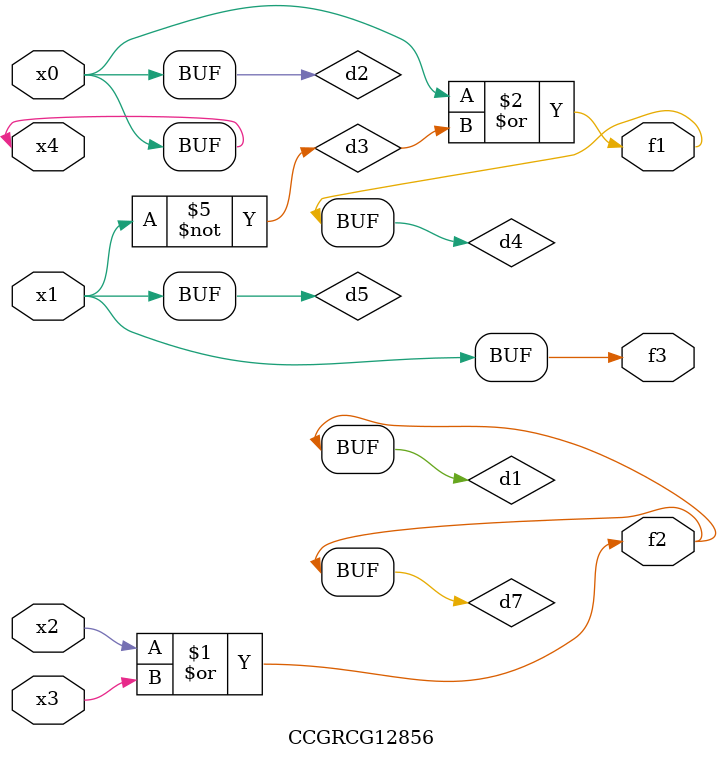
<source format=v>
module CCGRCG12856(
	input x0, x1, x2, x3, x4,
	output f1, f2, f3
);

	wire d1, d2, d3, d4, d5, d6, d7;

	or (d1, x2, x3);
	buf (d2, x0, x4);
	not (d3, x1);
	or (d4, d2, d3);
	not (d5, d3);
	nand (d6, d1, d3);
	or (d7, d1);
	assign f1 = d4;
	assign f2 = d7;
	assign f3 = d5;
endmodule

</source>
